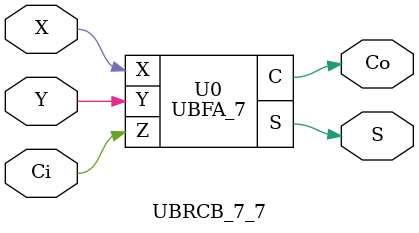
<source format=v>
/*----------------------------------------------------------------------------
  Copyright (c) 2021 Homma laboratory. All rights reserved.

  Top module: UBCSe_7_0_7_0

  Operand-1 length: 8
  Operand-2 length: 8
  Two-operand addition algorithm: Carry select adder
----------------------------------------------------------------------------*/

module UBFA_0(C, S, X, Y, Z);
  output C;
  output S;
  input X;
  input Y;
  input Z;
  assign C = ( X & Y ) | ( Y & Z ) | ( Z & X );
  assign S = X ^ Y ^ Z;
endmodule

module UBOne_1(O);
  output O;
  assign O = 1;
endmodule

module UBZero_1_1(O);
  output [1:1] O;
  assign O[1] = 0;
endmodule

module UBFA_1(C, S, X, Y, Z);
  output C;
  output S;
  input X;
  input Y;
  input Z;
  assign C = ( X & Y ) | ( Y & Z ) | ( Z & X );
  assign S = X ^ Y ^ Z;
endmodule

module UBCSlB_1_1(Co, S, X, Y, Ci);
  output Co;
  output [1:1] S;
  input Ci;
  input [1:1] X;
  input [1:1] Y;
  wire Ci_0;
  wire Ci_1;
  wire Co_0;
  wire Co_1;
  wire [1:1] S_0;
  wire [1:1] S_1;
  assign S[1] = ( S_0[1] & ( ~ Ci ) ) | ( S_1[1] & Ci );
  assign Co = ( Co_0 & ( ~ Ci ) ) | ( Co_1 & Ci );
  UBOne_1 U0 (Ci_1);
  UBZero_1_1 U1 (Ci_0);
  UBRCB_1_1 U2 (Co_0, S_0, X, Y, Ci_0);
  UBRCB_1_1 U3 (Co_1, S_1, X, Y, Ci_1);
endmodule

module UBOne_2(O);
  output O;
  assign O = 1;
endmodule

module UBZero_2_2(O);
  output [2:2] O;
  assign O[2] = 0;
endmodule

module UBFA_2(C, S, X, Y, Z);
  output C;
  output S;
  input X;
  input Y;
  input Z;
  assign C = ( X & Y ) | ( Y & Z ) | ( Z & X );
  assign S = X ^ Y ^ Z;
endmodule

module UBFA_3(C, S, X, Y, Z);
  output C;
  output S;
  input X;
  input Y;
  input Z;
  assign C = ( X & Y ) | ( Y & Z ) | ( Z & X );
  assign S = X ^ Y ^ Z;
endmodule

module UBCSlB_3_2(Co, S, X, Y, Ci);
  output Co;
  output [3:2] S;
  input Ci;
  input [3:2] X;
  input [3:2] Y;
  wire Ci_0;
  wire Ci_1;
  wire Co_0;
  wire Co_1;
  wire [3:2] S_0;
  wire [3:2] S_1;
  assign S[2] = ( S_0[2] & ( ~ Ci ) ) | ( S_1[2] & Ci );
  assign S[3] = ( S_0[3] & ( ~ Ci ) ) | ( S_1[3] & Ci );
  assign Co = ( Co_0 & ( ~ Ci ) ) | ( Co_1 & Ci );
  UBOne_2 U0 (Ci_1);
  UBZero_2_2 U1 (Ci_0);
  UBRCB_3_2 U2 (Co_0, S_0, X, Y, Ci_0);
  UBRCB_3_2 U3 (Co_1, S_1, X, Y, Ci_1);
endmodule

module UBOne_4(O);
  output O;
  assign O = 1;
endmodule

module UBZero_4_4(O);
  output [4:4] O;
  assign O[4] = 0;
endmodule

module UBFA_4(C, S, X, Y, Z);
  output C;
  output S;
  input X;
  input Y;
  input Z;
  assign C = ( X & Y ) | ( Y & Z ) | ( Z & X );
  assign S = X ^ Y ^ Z;
endmodule

module UBFA_5(C, S, X, Y, Z);
  output C;
  output S;
  input X;
  input Y;
  input Z;
  assign C = ( X & Y ) | ( Y & Z ) | ( Z & X );
  assign S = X ^ Y ^ Z;
endmodule

module UBFA_6(C, S, X, Y, Z);
  output C;
  output S;
  input X;
  input Y;
  input Z;
  assign C = ( X & Y ) | ( Y & Z ) | ( Z & X );
  assign S = X ^ Y ^ Z;
endmodule

module UBCSlB_6_4(Co, S, X, Y, Ci);
  output Co;
  output [6:4] S;
  input Ci;
  input [6:4] X;
  input [6:4] Y;
  wire Ci_0;
  wire Ci_1;
  wire Co_0;
  wire Co_1;
  wire [6:4] S_0;
  wire [6:4] S_1;
  assign S[4] = ( S_0[4] & ( ~ Ci ) ) | ( S_1[4] & Ci );
  assign S[5] = ( S_0[5] & ( ~ Ci ) ) | ( S_1[5] & Ci );
  assign S[6] = ( S_0[6] & ( ~ Ci ) ) | ( S_1[6] & Ci );
  assign Co = ( Co_0 & ( ~ Ci ) ) | ( Co_1 & Ci );
  UBOne_4 U0 (Ci_1);
  UBZero_4_4 U1 (Ci_0);
  UBRCB_6_4 U2 (Co_0, S_0, X, Y, Ci_0);
  UBRCB_6_4 U3 (Co_1, S_1, X, Y, Ci_1);
endmodule

module UBOne_7(O);
  output O;
  assign O = 1;
endmodule

module UBZero_7_7(O);
  output [7:7] O;
  assign O[7] = 0;
endmodule

module UBFA_7(C, S, X, Y, Z);
  output C;
  output S;
  input X;
  input Y;
  input Z;
  assign C = ( X & Y ) | ( Y & Z ) | ( Z & X );
  assign S = X ^ Y ^ Z;
endmodule

module UBCSlB_7_7(Co, S, X, Y, Ci);
  output Co;
  output [7:7] S;
  input Ci;
  input [7:7] X;
  input [7:7] Y;
  wire Ci_0;
  wire Ci_1;
  wire Co_0;
  wire Co_1;
  wire [7:7] S_0;
  wire [7:7] S_1;
  assign S[7] = ( S_0[7] & ( ~ Ci ) ) | ( S_1[7] & Ci );
  assign Co = ( Co_0 & ( ~ Ci ) ) | ( Co_1 & Ci );
  UBOne_7 U0 (Ci_1);
  UBZero_7_7 U1 (Ci_0);
  UBRCB_7_7 U2 (Co_0, S_0, X, Y, Ci_0);
  UBRCB_7_7 U3 (Co_1, S_1, X, Y, Ci_1);
endmodule

module UBPriCSlA_7_0(S, X, Y, Cin);
  output [8:0] S;
  input Cin;
  input [7:0] X;
  input [7:0] Y;
  wire C0;
  wire C1;
  wire C2;
  wire C3;
  UBRCB_0_0 U0 (C0, S[0], X[0], Y[0], Cin);
  UBCSlB_1_1 U1 (C1, S[1], X[1], Y[1], C0);
  UBCSlB_3_2 U2 (C2, S[3:2], X[3:2], Y[3:2], C1);
  UBCSlB_6_4 U3 (C3, S[6:4], X[6:4], Y[6:4], C2);
  UBCSlB_7_7 U4 (S[8], S[7], X[7], Y[7], C3);
endmodule

module UBZero_0_0(O);
  output [0:0] O;
  assign O[0] = 0;
endmodule

module UBCSe_7_0_7_0 (S, X, Y);
  output [8:0] S;
  input [7:0] X;
  input [7:0] Y;
  UBPureCSe_7_0 U0 (S[8:0], X[7:0], Y[7:0]);
endmodule

module UBPureCSe_7_0 (S, X, Y);
  output [8:0] S;
  input [7:0] X;
  input [7:0] Y;
  wire C;
  UBPriCSlA_7_0 U0 (S, X, Y, C);
  UBZero_0_0 U1 (C);
endmodule

module UBRCB_0_0 (Co, S, X, Y, Ci);
  output Co;
  output S;
  input Ci;
  input X;
  input Y;
  UBFA_0 U0 (Co, S, X, Y, Ci);
endmodule

module UBRCB_1_1 (Co, S, X, Y, Ci);
  output Co;
  output S;
  input Ci;
  input X;
  input Y;
  UBFA_1 U0 (Co, S, X, Y, Ci);
endmodule

module UBRCB_3_2 (Co, S, X, Y, Ci);
  output Co;
  output [3:2] S;
  input Ci;
  input [3:2] X;
  input [3:2] Y;
  wire C3;
  UBFA_2 U0 (C3, S[2], X[2], Y[2], Ci);
  UBFA_3 U1 (Co, S[3], X[3], Y[3], C3);
endmodule

module UBRCB_6_4 (Co, S, X, Y, Ci);
  output Co;
  output [6:4] S;
  input Ci;
  input [6:4] X;
  input [6:4] Y;
  wire C5;
  wire C6;
  UBFA_4 U0 (C5, S[4], X[4], Y[4], Ci);
  UBFA_5 U1 (C6, S[5], X[5], Y[5], C5);
  UBFA_6 U2 (Co, S[6], X[6], Y[6], C6);
endmodule

module UBRCB_7_7 (Co, S, X, Y, Ci);
  output Co;
  output S;
  input Ci;
  input X;
  input Y;
  UBFA_7 U0 (Co, S, X, Y, Ci);
endmodule


</source>
